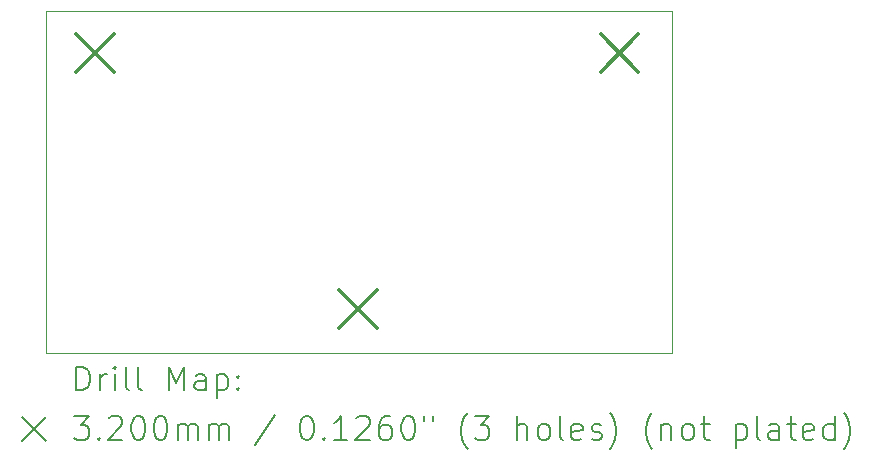
<source format=gbr>
%TF.GenerationSoftware,KiCad,Pcbnew,8.0.1*%
%TF.CreationDate,2024-04-28T18:54:05+02:00*%
%TF.ProjectId,SwitchesModule,53776974-6368-4657-934d-6f64756c652e,v0.1*%
%TF.SameCoordinates,Original*%
%TF.FileFunction,Drillmap*%
%TF.FilePolarity,Positive*%
%FSLAX45Y45*%
G04 Gerber Fmt 4.5, Leading zero omitted, Abs format (unit mm)*
G04 Created by KiCad (PCBNEW 8.0.1) date 2024-04-28 18:54:05*
%MOMM*%
%LPD*%
G01*
G04 APERTURE LIST*
%ADD10C,0.050000*%
%ADD11C,0.200000*%
%ADD12C,0.320000*%
G04 APERTURE END LIST*
D10*
X11942910Y-8784686D02*
X17242910Y-8784686D01*
X17242910Y-11684686D01*
X11942910Y-11684686D01*
X11942910Y-8784686D01*
D11*
D12*
X12199370Y-8983746D02*
X12519370Y-9303746D01*
X12519370Y-8983746D02*
X12199370Y-9303746D01*
X14424410Y-11147826D02*
X14744410Y-11467826D01*
X14744410Y-11147826D02*
X14424410Y-11467826D01*
X16639290Y-8983746D02*
X16959290Y-9303746D01*
X16959290Y-8983746D02*
X16639290Y-9303746D01*
D11*
X12201187Y-11998670D02*
X12201187Y-11798670D01*
X12201187Y-11798670D02*
X12248806Y-11798670D01*
X12248806Y-11798670D02*
X12277377Y-11808194D01*
X12277377Y-11808194D02*
X12296425Y-11827241D01*
X12296425Y-11827241D02*
X12305949Y-11846289D01*
X12305949Y-11846289D02*
X12315472Y-11884384D01*
X12315472Y-11884384D02*
X12315472Y-11912955D01*
X12315472Y-11912955D02*
X12305949Y-11951051D01*
X12305949Y-11951051D02*
X12296425Y-11970098D01*
X12296425Y-11970098D02*
X12277377Y-11989146D01*
X12277377Y-11989146D02*
X12248806Y-11998670D01*
X12248806Y-11998670D02*
X12201187Y-11998670D01*
X12401187Y-11998670D02*
X12401187Y-11865336D01*
X12401187Y-11903432D02*
X12410711Y-11884384D01*
X12410711Y-11884384D02*
X12420234Y-11874860D01*
X12420234Y-11874860D02*
X12439282Y-11865336D01*
X12439282Y-11865336D02*
X12458330Y-11865336D01*
X12524996Y-11998670D02*
X12524996Y-11865336D01*
X12524996Y-11798670D02*
X12515472Y-11808194D01*
X12515472Y-11808194D02*
X12524996Y-11817717D01*
X12524996Y-11817717D02*
X12534520Y-11808194D01*
X12534520Y-11808194D02*
X12524996Y-11798670D01*
X12524996Y-11798670D02*
X12524996Y-11817717D01*
X12648806Y-11998670D02*
X12629758Y-11989146D01*
X12629758Y-11989146D02*
X12620234Y-11970098D01*
X12620234Y-11970098D02*
X12620234Y-11798670D01*
X12753568Y-11998670D02*
X12734520Y-11989146D01*
X12734520Y-11989146D02*
X12724996Y-11970098D01*
X12724996Y-11970098D02*
X12724996Y-11798670D01*
X12982139Y-11998670D02*
X12982139Y-11798670D01*
X12982139Y-11798670D02*
X13048806Y-11941527D01*
X13048806Y-11941527D02*
X13115472Y-11798670D01*
X13115472Y-11798670D02*
X13115472Y-11998670D01*
X13296425Y-11998670D02*
X13296425Y-11893908D01*
X13296425Y-11893908D02*
X13286901Y-11874860D01*
X13286901Y-11874860D02*
X13267853Y-11865336D01*
X13267853Y-11865336D02*
X13229758Y-11865336D01*
X13229758Y-11865336D02*
X13210711Y-11874860D01*
X13296425Y-11989146D02*
X13277377Y-11998670D01*
X13277377Y-11998670D02*
X13229758Y-11998670D01*
X13229758Y-11998670D02*
X13210711Y-11989146D01*
X13210711Y-11989146D02*
X13201187Y-11970098D01*
X13201187Y-11970098D02*
X13201187Y-11951051D01*
X13201187Y-11951051D02*
X13210711Y-11932003D01*
X13210711Y-11932003D02*
X13229758Y-11922479D01*
X13229758Y-11922479D02*
X13277377Y-11922479D01*
X13277377Y-11922479D02*
X13296425Y-11912955D01*
X13391663Y-11865336D02*
X13391663Y-12065336D01*
X13391663Y-11874860D02*
X13410711Y-11865336D01*
X13410711Y-11865336D02*
X13448806Y-11865336D01*
X13448806Y-11865336D02*
X13467853Y-11874860D01*
X13467853Y-11874860D02*
X13477377Y-11884384D01*
X13477377Y-11884384D02*
X13486901Y-11903432D01*
X13486901Y-11903432D02*
X13486901Y-11960574D01*
X13486901Y-11960574D02*
X13477377Y-11979622D01*
X13477377Y-11979622D02*
X13467853Y-11989146D01*
X13467853Y-11989146D02*
X13448806Y-11998670D01*
X13448806Y-11998670D02*
X13410711Y-11998670D01*
X13410711Y-11998670D02*
X13391663Y-11989146D01*
X13572615Y-11979622D02*
X13582139Y-11989146D01*
X13582139Y-11989146D02*
X13572615Y-11998670D01*
X13572615Y-11998670D02*
X13563092Y-11989146D01*
X13563092Y-11989146D02*
X13572615Y-11979622D01*
X13572615Y-11979622D02*
X13572615Y-11998670D01*
X13572615Y-11874860D02*
X13582139Y-11884384D01*
X13582139Y-11884384D02*
X13572615Y-11893908D01*
X13572615Y-11893908D02*
X13563092Y-11884384D01*
X13563092Y-11884384D02*
X13572615Y-11874860D01*
X13572615Y-11874860D02*
X13572615Y-11893908D01*
X11740410Y-12227186D02*
X11940410Y-12427186D01*
X11940410Y-12227186D02*
X11740410Y-12427186D01*
X12182139Y-12218670D02*
X12305949Y-12218670D01*
X12305949Y-12218670D02*
X12239282Y-12294860D01*
X12239282Y-12294860D02*
X12267853Y-12294860D01*
X12267853Y-12294860D02*
X12286901Y-12304384D01*
X12286901Y-12304384D02*
X12296425Y-12313908D01*
X12296425Y-12313908D02*
X12305949Y-12332955D01*
X12305949Y-12332955D02*
X12305949Y-12380574D01*
X12305949Y-12380574D02*
X12296425Y-12399622D01*
X12296425Y-12399622D02*
X12286901Y-12409146D01*
X12286901Y-12409146D02*
X12267853Y-12418670D01*
X12267853Y-12418670D02*
X12210711Y-12418670D01*
X12210711Y-12418670D02*
X12191663Y-12409146D01*
X12191663Y-12409146D02*
X12182139Y-12399622D01*
X12391663Y-12399622D02*
X12401187Y-12409146D01*
X12401187Y-12409146D02*
X12391663Y-12418670D01*
X12391663Y-12418670D02*
X12382139Y-12409146D01*
X12382139Y-12409146D02*
X12391663Y-12399622D01*
X12391663Y-12399622D02*
X12391663Y-12418670D01*
X12477377Y-12237717D02*
X12486901Y-12228194D01*
X12486901Y-12228194D02*
X12505949Y-12218670D01*
X12505949Y-12218670D02*
X12553568Y-12218670D01*
X12553568Y-12218670D02*
X12572615Y-12228194D01*
X12572615Y-12228194D02*
X12582139Y-12237717D01*
X12582139Y-12237717D02*
X12591663Y-12256765D01*
X12591663Y-12256765D02*
X12591663Y-12275813D01*
X12591663Y-12275813D02*
X12582139Y-12304384D01*
X12582139Y-12304384D02*
X12467853Y-12418670D01*
X12467853Y-12418670D02*
X12591663Y-12418670D01*
X12715472Y-12218670D02*
X12734520Y-12218670D01*
X12734520Y-12218670D02*
X12753568Y-12228194D01*
X12753568Y-12228194D02*
X12763092Y-12237717D01*
X12763092Y-12237717D02*
X12772615Y-12256765D01*
X12772615Y-12256765D02*
X12782139Y-12294860D01*
X12782139Y-12294860D02*
X12782139Y-12342479D01*
X12782139Y-12342479D02*
X12772615Y-12380574D01*
X12772615Y-12380574D02*
X12763092Y-12399622D01*
X12763092Y-12399622D02*
X12753568Y-12409146D01*
X12753568Y-12409146D02*
X12734520Y-12418670D01*
X12734520Y-12418670D02*
X12715472Y-12418670D01*
X12715472Y-12418670D02*
X12696425Y-12409146D01*
X12696425Y-12409146D02*
X12686901Y-12399622D01*
X12686901Y-12399622D02*
X12677377Y-12380574D01*
X12677377Y-12380574D02*
X12667853Y-12342479D01*
X12667853Y-12342479D02*
X12667853Y-12294860D01*
X12667853Y-12294860D02*
X12677377Y-12256765D01*
X12677377Y-12256765D02*
X12686901Y-12237717D01*
X12686901Y-12237717D02*
X12696425Y-12228194D01*
X12696425Y-12228194D02*
X12715472Y-12218670D01*
X12905949Y-12218670D02*
X12924996Y-12218670D01*
X12924996Y-12218670D02*
X12944044Y-12228194D01*
X12944044Y-12228194D02*
X12953568Y-12237717D01*
X12953568Y-12237717D02*
X12963092Y-12256765D01*
X12963092Y-12256765D02*
X12972615Y-12294860D01*
X12972615Y-12294860D02*
X12972615Y-12342479D01*
X12972615Y-12342479D02*
X12963092Y-12380574D01*
X12963092Y-12380574D02*
X12953568Y-12399622D01*
X12953568Y-12399622D02*
X12944044Y-12409146D01*
X12944044Y-12409146D02*
X12924996Y-12418670D01*
X12924996Y-12418670D02*
X12905949Y-12418670D01*
X12905949Y-12418670D02*
X12886901Y-12409146D01*
X12886901Y-12409146D02*
X12877377Y-12399622D01*
X12877377Y-12399622D02*
X12867853Y-12380574D01*
X12867853Y-12380574D02*
X12858330Y-12342479D01*
X12858330Y-12342479D02*
X12858330Y-12294860D01*
X12858330Y-12294860D02*
X12867853Y-12256765D01*
X12867853Y-12256765D02*
X12877377Y-12237717D01*
X12877377Y-12237717D02*
X12886901Y-12228194D01*
X12886901Y-12228194D02*
X12905949Y-12218670D01*
X13058330Y-12418670D02*
X13058330Y-12285336D01*
X13058330Y-12304384D02*
X13067853Y-12294860D01*
X13067853Y-12294860D02*
X13086901Y-12285336D01*
X13086901Y-12285336D02*
X13115473Y-12285336D01*
X13115473Y-12285336D02*
X13134520Y-12294860D01*
X13134520Y-12294860D02*
X13144044Y-12313908D01*
X13144044Y-12313908D02*
X13144044Y-12418670D01*
X13144044Y-12313908D02*
X13153568Y-12294860D01*
X13153568Y-12294860D02*
X13172615Y-12285336D01*
X13172615Y-12285336D02*
X13201187Y-12285336D01*
X13201187Y-12285336D02*
X13220234Y-12294860D01*
X13220234Y-12294860D02*
X13229758Y-12313908D01*
X13229758Y-12313908D02*
X13229758Y-12418670D01*
X13324996Y-12418670D02*
X13324996Y-12285336D01*
X13324996Y-12304384D02*
X13334520Y-12294860D01*
X13334520Y-12294860D02*
X13353568Y-12285336D01*
X13353568Y-12285336D02*
X13382139Y-12285336D01*
X13382139Y-12285336D02*
X13401187Y-12294860D01*
X13401187Y-12294860D02*
X13410711Y-12313908D01*
X13410711Y-12313908D02*
X13410711Y-12418670D01*
X13410711Y-12313908D02*
X13420234Y-12294860D01*
X13420234Y-12294860D02*
X13439282Y-12285336D01*
X13439282Y-12285336D02*
X13467853Y-12285336D01*
X13467853Y-12285336D02*
X13486901Y-12294860D01*
X13486901Y-12294860D02*
X13496425Y-12313908D01*
X13496425Y-12313908D02*
X13496425Y-12418670D01*
X13886901Y-12209146D02*
X13715473Y-12466289D01*
X14144044Y-12218670D02*
X14163092Y-12218670D01*
X14163092Y-12218670D02*
X14182139Y-12228194D01*
X14182139Y-12228194D02*
X14191663Y-12237717D01*
X14191663Y-12237717D02*
X14201187Y-12256765D01*
X14201187Y-12256765D02*
X14210711Y-12294860D01*
X14210711Y-12294860D02*
X14210711Y-12342479D01*
X14210711Y-12342479D02*
X14201187Y-12380574D01*
X14201187Y-12380574D02*
X14191663Y-12399622D01*
X14191663Y-12399622D02*
X14182139Y-12409146D01*
X14182139Y-12409146D02*
X14163092Y-12418670D01*
X14163092Y-12418670D02*
X14144044Y-12418670D01*
X14144044Y-12418670D02*
X14124996Y-12409146D01*
X14124996Y-12409146D02*
X14115473Y-12399622D01*
X14115473Y-12399622D02*
X14105949Y-12380574D01*
X14105949Y-12380574D02*
X14096425Y-12342479D01*
X14096425Y-12342479D02*
X14096425Y-12294860D01*
X14096425Y-12294860D02*
X14105949Y-12256765D01*
X14105949Y-12256765D02*
X14115473Y-12237717D01*
X14115473Y-12237717D02*
X14124996Y-12228194D01*
X14124996Y-12228194D02*
X14144044Y-12218670D01*
X14296425Y-12399622D02*
X14305949Y-12409146D01*
X14305949Y-12409146D02*
X14296425Y-12418670D01*
X14296425Y-12418670D02*
X14286901Y-12409146D01*
X14286901Y-12409146D02*
X14296425Y-12399622D01*
X14296425Y-12399622D02*
X14296425Y-12418670D01*
X14496425Y-12418670D02*
X14382139Y-12418670D01*
X14439282Y-12418670D02*
X14439282Y-12218670D01*
X14439282Y-12218670D02*
X14420235Y-12247241D01*
X14420235Y-12247241D02*
X14401187Y-12266289D01*
X14401187Y-12266289D02*
X14382139Y-12275813D01*
X14572616Y-12237717D02*
X14582139Y-12228194D01*
X14582139Y-12228194D02*
X14601187Y-12218670D01*
X14601187Y-12218670D02*
X14648806Y-12218670D01*
X14648806Y-12218670D02*
X14667854Y-12228194D01*
X14667854Y-12228194D02*
X14677377Y-12237717D01*
X14677377Y-12237717D02*
X14686901Y-12256765D01*
X14686901Y-12256765D02*
X14686901Y-12275813D01*
X14686901Y-12275813D02*
X14677377Y-12304384D01*
X14677377Y-12304384D02*
X14563092Y-12418670D01*
X14563092Y-12418670D02*
X14686901Y-12418670D01*
X14858330Y-12218670D02*
X14820235Y-12218670D01*
X14820235Y-12218670D02*
X14801187Y-12228194D01*
X14801187Y-12228194D02*
X14791663Y-12237717D01*
X14791663Y-12237717D02*
X14772616Y-12266289D01*
X14772616Y-12266289D02*
X14763092Y-12304384D01*
X14763092Y-12304384D02*
X14763092Y-12380574D01*
X14763092Y-12380574D02*
X14772616Y-12399622D01*
X14772616Y-12399622D02*
X14782139Y-12409146D01*
X14782139Y-12409146D02*
X14801187Y-12418670D01*
X14801187Y-12418670D02*
X14839282Y-12418670D01*
X14839282Y-12418670D02*
X14858330Y-12409146D01*
X14858330Y-12409146D02*
X14867854Y-12399622D01*
X14867854Y-12399622D02*
X14877377Y-12380574D01*
X14877377Y-12380574D02*
X14877377Y-12332955D01*
X14877377Y-12332955D02*
X14867854Y-12313908D01*
X14867854Y-12313908D02*
X14858330Y-12304384D01*
X14858330Y-12304384D02*
X14839282Y-12294860D01*
X14839282Y-12294860D02*
X14801187Y-12294860D01*
X14801187Y-12294860D02*
X14782139Y-12304384D01*
X14782139Y-12304384D02*
X14772616Y-12313908D01*
X14772616Y-12313908D02*
X14763092Y-12332955D01*
X15001187Y-12218670D02*
X15020235Y-12218670D01*
X15020235Y-12218670D02*
X15039282Y-12228194D01*
X15039282Y-12228194D02*
X15048806Y-12237717D01*
X15048806Y-12237717D02*
X15058330Y-12256765D01*
X15058330Y-12256765D02*
X15067854Y-12294860D01*
X15067854Y-12294860D02*
X15067854Y-12342479D01*
X15067854Y-12342479D02*
X15058330Y-12380574D01*
X15058330Y-12380574D02*
X15048806Y-12399622D01*
X15048806Y-12399622D02*
X15039282Y-12409146D01*
X15039282Y-12409146D02*
X15020235Y-12418670D01*
X15020235Y-12418670D02*
X15001187Y-12418670D01*
X15001187Y-12418670D02*
X14982139Y-12409146D01*
X14982139Y-12409146D02*
X14972616Y-12399622D01*
X14972616Y-12399622D02*
X14963092Y-12380574D01*
X14963092Y-12380574D02*
X14953568Y-12342479D01*
X14953568Y-12342479D02*
X14953568Y-12294860D01*
X14953568Y-12294860D02*
X14963092Y-12256765D01*
X14963092Y-12256765D02*
X14972616Y-12237717D01*
X14972616Y-12237717D02*
X14982139Y-12228194D01*
X14982139Y-12228194D02*
X15001187Y-12218670D01*
X15144044Y-12218670D02*
X15144044Y-12256765D01*
X15220235Y-12218670D02*
X15220235Y-12256765D01*
X15515473Y-12494860D02*
X15505949Y-12485336D01*
X15505949Y-12485336D02*
X15486901Y-12456765D01*
X15486901Y-12456765D02*
X15477378Y-12437717D01*
X15477378Y-12437717D02*
X15467854Y-12409146D01*
X15467854Y-12409146D02*
X15458330Y-12361527D01*
X15458330Y-12361527D02*
X15458330Y-12323432D01*
X15458330Y-12323432D02*
X15467854Y-12275813D01*
X15467854Y-12275813D02*
X15477378Y-12247241D01*
X15477378Y-12247241D02*
X15486901Y-12228194D01*
X15486901Y-12228194D02*
X15505949Y-12199622D01*
X15505949Y-12199622D02*
X15515473Y-12190098D01*
X15572616Y-12218670D02*
X15696425Y-12218670D01*
X15696425Y-12218670D02*
X15629758Y-12294860D01*
X15629758Y-12294860D02*
X15658330Y-12294860D01*
X15658330Y-12294860D02*
X15677378Y-12304384D01*
X15677378Y-12304384D02*
X15686901Y-12313908D01*
X15686901Y-12313908D02*
X15696425Y-12332955D01*
X15696425Y-12332955D02*
X15696425Y-12380574D01*
X15696425Y-12380574D02*
X15686901Y-12399622D01*
X15686901Y-12399622D02*
X15677378Y-12409146D01*
X15677378Y-12409146D02*
X15658330Y-12418670D01*
X15658330Y-12418670D02*
X15601187Y-12418670D01*
X15601187Y-12418670D02*
X15582139Y-12409146D01*
X15582139Y-12409146D02*
X15572616Y-12399622D01*
X15934520Y-12418670D02*
X15934520Y-12218670D01*
X16020235Y-12418670D02*
X16020235Y-12313908D01*
X16020235Y-12313908D02*
X16010711Y-12294860D01*
X16010711Y-12294860D02*
X15991663Y-12285336D01*
X15991663Y-12285336D02*
X15963092Y-12285336D01*
X15963092Y-12285336D02*
X15944044Y-12294860D01*
X15944044Y-12294860D02*
X15934520Y-12304384D01*
X16144044Y-12418670D02*
X16124997Y-12409146D01*
X16124997Y-12409146D02*
X16115473Y-12399622D01*
X16115473Y-12399622D02*
X16105949Y-12380574D01*
X16105949Y-12380574D02*
X16105949Y-12323432D01*
X16105949Y-12323432D02*
X16115473Y-12304384D01*
X16115473Y-12304384D02*
X16124997Y-12294860D01*
X16124997Y-12294860D02*
X16144044Y-12285336D01*
X16144044Y-12285336D02*
X16172616Y-12285336D01*
X16172616Y-12285336D02*
X16191663Y-12294860D01*
X16191663Y-12294860D02*
X16201187Y-12304384D01*
X16201187Y-12304384D02*
X16210711Y-12323432D01*
X16210711Y-12323432D02*
X16210711Y-12380574D01*
X16210711Y-12380574D02*
X16201187Y-12399622D01*
X16201187Y-12399622D02*
X16191663Y-12409146D01*
X16191663Y-12409146D02*
X16172616Y-12418670D01*
X16172616Y-12418670D02*
X16144044Y-12418670D01*
X16324997Y-12418670D02*
X16305949Y-12409146D01*
X16305949Y-12409146D02*
X16296425Y-12390098D01*
X16296425Y-12390098D02*
X16296425Y-12218670D01*
X16477378Y-12409146D02*
X16458330Y-12418670D01*
X16458330Y-12418670D02*
X16420235Y-12418670D01*
X16420235Y-12418670D02*
X16401187Y-12409146D01*
X16401187Y-12409146D02*
X16391663Y-12390098D01*
X16391663Y-12390098D02*
X16391663Y-12313908D01*
X16391663Y-12313908D02*
X16401187Y-12294860D01*
X16401187Y-12294860D02*
X16420235Y-12285336D01*
X16420235Y-12285336D02*
X16458330Y-12285336D01*
X16458330Y-12285336D02*
X16477378Y-12294860D01*
X16477378Y-12294860D02*
X16486901Y-12313908D01*
X16486901Y-12313908D02*
X16486901Y-12332955D01*
X16486901Y-12332955D02*
X16391663Y-12352003D01*
X16563092Y-12409146D02*
X16582140Y-12418670D01*
X16582140Y-12418670D02*
X16620235Y-12418670D01*
X16620235Y-12418670D02*
X16639282Y-12409146D01*
X16639282Y-12409146D02*
X16648806Y-12390098D01*
X16648806Y-12390098D02*
X16648806Y-12380574D01*
X16648806Y-12380574D02*
X16639282Y-12361527D01*
X16639282Y-12361527D02*
X16620235Y-12352003D01*
X16620235Y-12352003D02*
X16591663Y-12352003D01*
X16591663Y-12352003D02*
X16572616Y-12342479D01*
X16572616Y-12342479D02*
X16563092Y-12323432D01*
X16563092Y-12323432D02*
X16563092Y-12313908D01*
X16563092Y-12313908D02*
X16572616Y-12294860D01*
X16572616Y-12294860D02*
X16591663Y-12285336D01*
X16591663Y-12285336D02*
X16620235Y-12285336D01*
X16620235Y-12285336D02*
X16639282Y-12294860D01*
X16715473Y-12494860D02*
X16724997Y-12485336D01*
X16724997Y-12485336D02*
X16744044Y-12456765D01*
X16744044Y-12456765D02*
X16753568Y-12437717D01*
X16753568Y-12437717D02*
X16763092Y-12409146D01*
X16763092Y-12409146D02*
X16772616Y-12361527D01*
X16772616Y-12361527D02*
X16772616Y-12323432D01*
X16772616Y-12323432D02*
X16763092Y-12275813D01*
X16763092Y-12275813D02*
X16753568Y-12247241D01*
X16753568Y-12247241D02*
X16744044Y-12228194D01*
X16744044Y-12228194D02*
X16724997Y-12199622D01*
X16724997Y-12199622D02*
X16715473Y-12190098D01*
X17077378Y-12494860D02*
X17067854Y-12485336D01*
X17067854Y-12485336D02*
X17048806Y-12456765D01*
X17048806Y-12456765D02*
X17039283Y-12437717D01*
X17039283Y-12437717D02*
X17029759Y-12409146D01*
X17029759Y-12409146D02*
X17020235Y-12361527D01*
X17020235Y-12361527D02*
X17020235Y-12323432D01*
X17020235Y-12323432D02*
X17029759Y-12275813D01*
X17029759Y-12275813D02*
X17039283Y-12247241D01*
X17039283Y-12247241D02*
X17048806Y-12228194D01*
X17048806Y-12228194D02*
X17067854Y-12199622D01*
X17067854Y-12199622D02*
X17077378Y-12190098D01*
X17153568Y-12285336D02*
X17153568Y-12418670D01*
X17153568Y-12304384D02*
X17163092Y-12294860D01*
X17163092Y-12294860D02*
X17182140Y-12285336D01*
X17182140Y-12285336D02*
X17210711Y-12285336D01*
X17210711Y-12285336D02*
X17229759Y-12294860D01*
X17229759Y-12294860D02*
X17239283Y-12313908D01*
X17239283Y-12313908D02*
X17239283Y-12418670D01*
X17363092Y-12418670D02*
X17344044Y-12409146D01*
X17344044Y-12409146D02*
X17334521Y-12399622D01*
X17334521Y-12399622D02*
X17324997Y-12380574D01*
X17324997Y-12380574D02*
X17324997Y-12323432D01*
X17324997Y-12323432D02*
X17334521Y-12304384D01*
X17334521Y-12304384D02*
X17344044Y-12294860D01*
X17344044Y-12294860D02*
X17363092Y-12285336D01*
X17363092Y-12285336D02*
X17391664Y-12285336D01*
X17391664Y-12285336D02*
X17410711Y-12294860D01*
X17410711Y-12294860D02*
X17420235Y-12304384D01*
X17420235Y-12304384D02*
X17429759Y-12323432D01*
X17429759Y-12323432D02*
X17429759Y-12380574D01*
X17429759Y-12380574D02*
X17420235Y-12399622D01*
X17420235Y-12399622D02*
X17410711Y-12409146D01*
X17410711Y-12409146D02*
X17391664Y-12418670D01*
X17391664Y-12418670D02*
X17363092Y-12418670D01*
X17486902Y-12285336D02*
X17563092Y-12285336D01*
X17515473Y-12218670D02*
X17515473Y-12390098D01*
X17515473Y-12390098D02*
X17524997Y-12409146D01*
X17524997Y-12409146D02*
X17544044Y-12418670D01*
X17544044Y-12418670D02*
X17563092Y-12418670D01*
X17782140Y-12285336D02*
X17782140Y-12485336D01*
X17782140Y-12294860D02*
X17801187Y-12285336D01*
X17801187Y-12285336D02*
X17839283Y-12285336D01*
X17839283Y-12285336D02*
X17858330Y-12294860D01*
X17858330Y-12294860D02*
X17867854Y-12304384D01*
X17867854Y-12304384D02*
X17877378Y-12323432D01*
X17877378Y-12323432D02*
X17877378Y-12380574D01*
X17877378Y-12380574D02*
X17867854Y-12399622D01*
X17867854Y-12399622D02*
X17858330Y-12409146D01*
X17858330Y-12409146D02*
X17839283Y-12418670D01*
X17839283Y-12418670D02*
X17801187Y-12418670D01*
X17801187Y-12418670D02*
X17782140Y-12409146D01*
X17991664Y-12418670D02*
X17972616Y-12409146D01*
X17972616Y-12409146D02*
X17963092Y-12390098D01*
X17963092Y-12390098D02*
X17963092Y-12218670D01*
X18153568Y-12418670D02*
X18153568Y-12313908D01*
X18153568Y-12313908D02*
X18144045Y-12294860D01*
X18144045Y-12294860D02*
X18124997Y-12285336D01*
X18124997Y-12285336D02*
X18086902Y-12285336D01*
X18086902Y-12285336D02*
X18067854Y-12294860D01*
X18153568Y-12409146D02*
X18134521Y-12418670D01*
X18134521Y-12418670D02*
X18086902Y-12418670D01*
X18086902Y-12418670D02*
X18067854Y-12409146D01*
X18067854Y-12409146D02*
X18058330Y-12390098D01*
X18058330Y-12390098D02*
X18058330Y-12371051D01*
X18058330Y-12371051D02*
X18067854Y-12352003D01*
X18067854Y-12352003D02*
X18086902Y-12342479D01*
X18086902Y-12342479D02*
X18134521Y-12342479D01*
X18134521Y-12342479D02*
X18153568Y-12332955D01*
X18220235Y-12285336D02*
X18296425Y-12285336D01*
X18248806Y-12218670D02*
X18248806Y-12390098D01*
X18248806Y-12390098D02*
X18258330Y-12409146D01*
X18258330Y-12409146D02*
X18277378Y-12418670D01*
X18277378Y-12418670D02*
X18296425Y-12418670D01*
X18439283Y-12409146D02*
X18420235Y-12418670D01*
X18420235Y-12418670D02*
X18382140Y-12418670D01*
X18382140Y-12418670D02*
X18363092Y-12409146D01*
X18363092Y-12409146D02*
X18353568Y-12390098D01*
X18353568Y-12390098D02*
X18353568Y-12313908D01*
X18353568Y-12313908D02*
X18363092Y-12294860D01*
X18363092Y-12294860D02*
X18382140Y-12285336D01*
X18382140Y-12285336D02*
X18420235Y-12285336D01*
X18420235Y-12285336D02*
X18439283Y-12294860D01*
X18439283Y-12294860D02*
X18448806Y-12313908D01*
X18448806Y-12313908D02*
X18448806Y-12332955D01*
X18448806Y-12332955D02*
X18353568Y-12352003D01*
X18620235Y-12418670D02*
X18620235Y-12218670D01*
X18620235Y-12409146D02*
X18601187Y-12418670D01*
X18601187Y-12418670D02*
X18563092Y-12418670D01*
X18563092Y-12418670D02*
X18544045Y-12409146D01*
X18544045Y-12409146D02*
X18534521Y-12399622D01*
X18534521Y-12399622D02*
X18524997Y-12380574D01*
X18524997Y-12380574D02*
X18524997Y-12323432D01*
X18524997Y-12323432D02*
X18534521Y-12304384D01*
X18534521Y-12304384D02*
X18544045Y-12294860D01*
X18544045Y-12294860D02*
X18563092Y-12285336D01*
X18563092Y-12285336D02*
X18601187Y-12285336D01*
X18601187Y-12285336D02*
X18620235Y-12294860D01*
X18696426Y-12494860D02*
X18705949Y-12485336D01*
X18705949Y-12485336D02*
X18724997Y-12456765D01*
X18724997Y-12456765D02*
X18734521Y-12437717D01*
X18734521Y-12437717D02*
X18744045Y-12409146D01*
X18744045Y-12409146D02*
X18753568Y-12361527D01*
X18753568Y-12361527D02*
X18753568Y-12323432D01*
X18753568Y-12323432D02*
X18744045Y-12275813D01*
X18744045Y-12275813D02*
X18734521Y-12247241D01*
X18734521Y-12247241D02*
X18724997Y-12228194D01*
X18724997Y-12228194D02*
X18705949Y-12199622D01*
X18705949Y-12199622D02*
X18696426Y-12190098D01*
M02*

</source>
